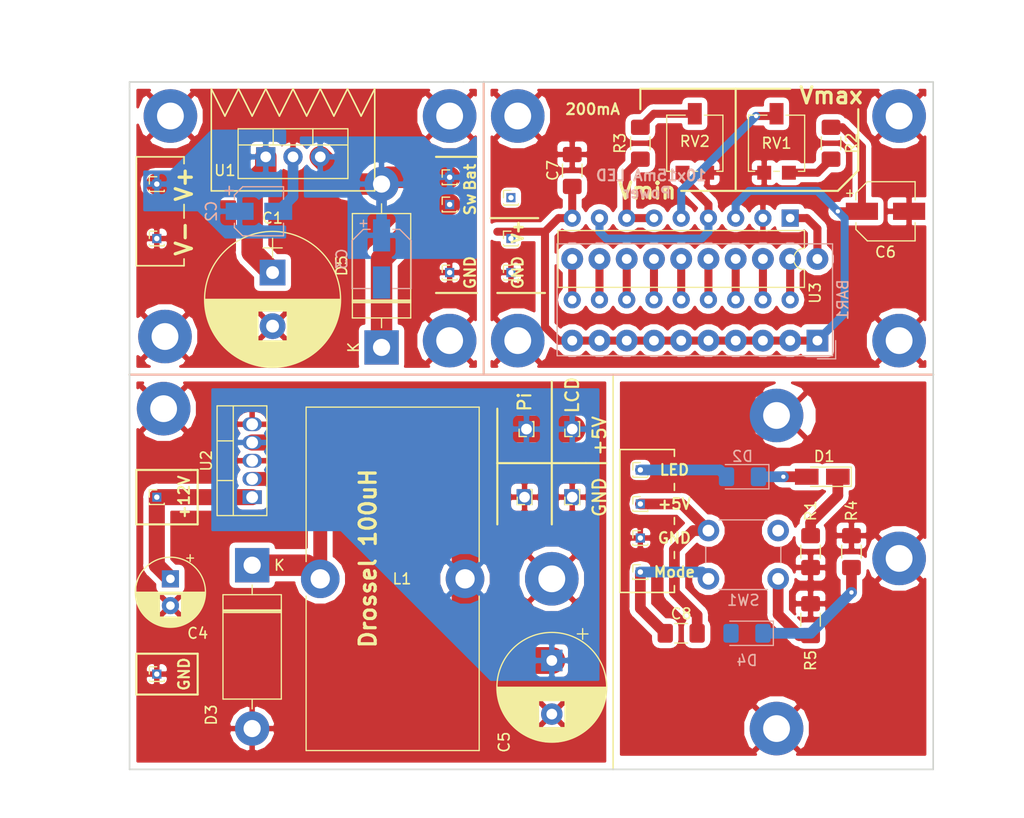
<source format=kicad_pcb>
(kicad_pcb (version 20171130) (host pcbnew "(5.0.0)")
  (layers (0 F.Cu signal) (31 B.Cu signal hide) (34 B.Paste user) (35 F.Paste user) (36 B.SilkS user) (37 F.SilkS user) (38 B.Mask user) (39 F.Mask user) (44 Edge.Cuts user))
  (net 0 "")
  (net 1 GND)
  (net 2 "Net-(D1-Pad1)")
  (net 3 "Net-(D1-Pad2)")
  (net 4 "Net-(D3-Pad1)")
  (net 5 "Net-(BAR1-Pad13)")
  (net 6 "Net-(BAR1-Pad14)")
  (net 7 "Net-(BAR1-Pad15)")
  (net 8 "Net-(BAR1-Pad16)")
  (net 9 "Net-(BAR1-Pad12)")
  (net 10 "Net-(BAR1-Pad11)")
  (net 11 "Net-(BAR1-Pad17)")
  (net 12 "Net-(BAR1-Pad18)")
  (net 13 "Net-(BAR1-Pad19)")
  (net 14 "Net-(BAR1-Pad20)")
  (net 15 /GND_5V)
  (net 16 /GND_V)
  (net 17 "Net-(R2-Pad1)")
  (net 18 "Net-(R3-Pad1)")
  (net 19 "Net-(R3-Pad2)")
  (net 20 "Net-(RV1-Pad2)")
  (net 21 "Net-(RV2-Pad3)")
  (net 22 /5V_V)
  (net 23 /+12)
  (net 24 /+5)
  (net 25 "Net-(CON12-Pad1)")
  (net 26 /5V_S)
  (net 27 "Net-(CON17-Pad1)")
  (net 28 "Net-(D4-Pad1)")
  (net 29 "Net-(C8-Pad1)")
  (net 30 /GND_S)
  (net 31 /+18V)
  (net 32 /+12V)
  (net 33 "Net-(CON4-Pad1)")
  (module Capacitors_THT:CP_Radial_D12.5mm_P5.00mm (layer F.Cu) (at 93.091 52.7685 270)
    (fp_text reference C1 (at -5.08 0) (layer F.SilkS))
    (fp_text value 1000u)
    (pad 1 thru_hole rect (at 0 0 270) (size 2.4 2.4) (drill 1.2) (layers *.Cu *.Mask) (net 31 /+18V))
    (pad 2 thru_hole circle (at 5 0 270) (size 2.4 2.4) (drill 1.2) (layers *.Cu *.Mask) (net 1 GND))
  )
  (module Capacitors_SMD:CP_Elec_4x5.3 (layer B.Cu) (at 91.821 47.0535)
    (fp_text reference C2 (at -4.445 0 270) (layer B.SilkS) (effects (justify mirror)))
    (fp_text value 1u)
    (fp_text user + (at -2.77 -2.01) (layer B.SilkS) (effects (justify mirror)))
    (pad 1 smd rect (at -1.8 0 180) (size 2.6 1.6) (layers B.Cu B.Paste B.Mask) (net 31 /+18V))
    (pad 2 smd rect (at 1.8 0 180) (size 2.6 1.6) (layers B.Cu B.Paste B.Mask) (net 1 GND))
  )
  (module TO_SOT_Packages_THT:TO-220-3_Vertical (layer F.Cu) (at 92.456 41.9735)
    (fp_text reference U1 (at -3.81 1.27) (layer F.SilkS))
    (fp_text value PB137)
    (pad 1 thru_hole rect (at 0 0) (size 1.8 1.8) (drill 1) (layers *.Cu *.Mask) (net 31 /+18V))
    (pad 2 thru_hole oval (at 2.54 0) (size 1.8 1.8) (drill 1) (layers *.Cu *.Mask) (net 1 GND))
    (pad 3 thru_hole oval (at 5.08 0) (size 1.8 1.8) (drill 1) (layers *.Cu *.Mask) (net 32 /+12V))
  )
  (module Diode_THT:D_DO-201AD_P15.24mm_Horizontal (layer F.Cu) (at 91.186 80.0735 270)
    (fp_text reference D3 (at 13.97 3.81 90) (layer F.SilkS))
    (fp_text value 1N5822)
    (fp_text user K (at 0 -2.54) (layer F.SilkS))
    (pad 1 thru_hole rect (at 0 0 270) (size 3.2 3.2) (drill 1.6) (layers *.Cu *.Mask) (net 4 "Net-(D3-Pad1)"))
    (pad 2 thru_hole oval (at 15.24 0 270) (size 3.2 3.2) (drill 1.6) (layers *.Cu *.Mask) (net 15 /GND_5V))
  )
  (module Capacitor_THT:CP_Radial_D10.0mm_P5.00mm (layer F.Cu) (at 119.126 88.9635 270)
    (fp_text reference C5 (at 7.62 4.445 270) (layer F.SilkS))
    (fp_text value 1000u)
    (pad 1 thru_hole rect (at 0 0 270) (size 2 2) (drill 1) (layers *.Cu *.Mask) (net 24 /+5))
    (pad 2 thru_hole circle (at 5 0 270) (size 2 2) (drill 1) (layers *.Cu *.Mask) (net 15 /GND_5V))
  )
  (module Connector_PinHeader_1.00mm:PinHeader_1x01_P1.00mm_Vertical (layer F.Cu) (at 82.296 73.7235)
    (fp_text reference CON6 hide)
    (fp_text value SW)
    (pad 1 thru_hole rect (at 0 0) (size 0.85 0.85) (drill 0.5) (layers *.Cu *.Mask) (net 23 /+12))
  )
  (module Connector_PinHeader_1.00mm:PinHeader_1x01_P1.00mm_Vertical (layer F.Cu) (at 116.763366 67.3735 90)
    (fp_text reference CON7 hide)
    (fp_text value "5V LCD")
    (pad 1 thru_hole rect (at 0 0 90) (size 1.5 1.5) (drill 1) (layers *.Cu *.Mask) (net 24 /+5))
  )
  (module Connector_PinHeader_1.00mm:PinHeader_1x01_P1.00mm_Vertical (layer F.Cu) (at 121.031 73.7235 90)
    (fp_text reference CON8 hide)
    (fp_text value "GND PI")
    (pad 1 thru_hole rect (at 0 0 90) (size 1.5 1.5) (drill 1) (layers *.Cu *.Mask) (net 15 /GND_5V))
  )
  (module Connector_PinHeader_1.00mm:PinHeader_1x01_P1.00mm_Vertical (layer F.Cu) (at 121.031 67.3735 90)
    (fp_text reference CON9 hide)
    (fp_text value "5V PI")
    (pad 1 thru_hole rect (at 0 0 90) (size 1.5 1.5) (drill 1) (layers *.Cu *.Mask) (net 24 /+5))
  )
  (module Connector_PinHeader_1.00mm:PinHeader_1x01_P1.00mm_Vertical (layer F.Cu) (at 82.296 90.2335)
    (fp_text reference CON10 hide)
    (fp_text value Bat-)
    (pad 1 thru_hole rect (at 0 0) (size 0.85 0.85) (drill 0.5) (layers *.Cu *.Mask) (net 15 /GND_5V))
  )
  (module Connector_PinHeader_1.00mm:PinHeader_1x01_P1.00mm_Vertical (layer F.Cu) (at 116.586 73.7235 90)
    (fp_text reference CON11 hide)
    (fp_text value "GND LCD")
    (pad 1 thru_hole rect (at 0 0 90) (size 1.5 1.5) (drill 1) (layers *.Cu *.Mask) (net 15 /GND_5V))
  )
  (module Inductor_THT:L_Toroid_Vertical_L31.8mm_W15.9mm_P13.50mm_Bourns_5700 (layer F.Cu) (at 97.536 81.3435 90)
    (fp_text reference L1 (at 0 7.62 180) (layer F.SilkS))
    (fp_text value L)
    (pad 1 thru_hole circle (at 0 0 90) (size 3.6 3.6) (drill 1.8) (layers *.Cu *.Mask) (net 4 "Net-(D3-Pad1)"))
    (pad 2 thru_hole circle (at 0 13.5 90) (size 3.6 3.6) (drill 1.8) (layers *.Cu *.Mask) (net 24 /+5))
  )
  (module Capacitor_THT:CP_Radial_D6.3mm_P2.50mm (layer F.Cu) (at 83.566 81.3435 270)
    (fp_text reference C4 (at 5.08 -2.54) (layer F.SilkS))
    (fp_text value 100u)
    (pad 1 thru_hole rect (at 0 0 270) (size 1.6 1.6) (drill 0.8) (layers *.Cu *.Mask) (net 23 /+12))
    (pad 2 thru_hole circle (at 2.5 0 270) (size 1.6 1.6) (drill 0.8) (layers *.Cu *.Mask) (net 15 /GND_5V))
  )
  (module Package_TO_SOT_THT:TO-220-5_Vertical (layer F.Cu) (at 91.186 73.7235 90)
    (fp_text reference U2 (at 3.4 -4.27 90) (layer F.SilkS))
    (fp_text value LM2576HVS-5)
    (pad 1 thru_hole rect (at 0 0 90) (size 1.275 1.8) (drill 1.1) (layers *.Cu *.Mask) (net 23 /+12))
    (pad 2 thru_hole oval (at 1.7 0 90) (size 1.275 1.8) (drill 1.1) (layers *.Cu *.Mask) (net 4 "Net-(D3-Pad1)"))
    (pad 3 thru_hole oval (at 3.4 0 90) (size 1.275 1.8) (drill 1.1) (layers *.Cu *.Mask) (net 15 /GND_5V))
    (pad 4 thru_hole oval (at 5.1 0 90) (size 1.275 1.8) (drill 1.1) (layers *.Cu *.Mask) (net 24 /+5))
    (pad 5 thru_hole oval (at 6.8 0 90) (size 1.275 1.8) (drill 1.1) (layers *.Cu *.Mask) (net 15 /GND_5V))
  )
  (module Connector_PinHeader_1.00mm:PinHeader_1x01_P1.00mm_Vertical (layer F.Cu) (at 109.601 43.8785)
    (fp_text reference CON3 hide)
    (fp_text value Bat+)
    (pad 1 thru_hole rect (at 0 0) (size 0.85 0.85) (drill 0.5) (layers *.Cu *.Mask) (net 32 /+12V))
  )
  (module Connector_PinHeader_1.00mm:PinHeader_1x01_P1.00mm_Vertical (layer F.Cu) (at 109.601 46.4185)
    (fp_text reference CON4 hide)
    (fp_text value SW)
    (pad 1 thru_hole rect (at 0 0) (size 0.85 0.85) (drill 0.5) (layers *.Cu *.Mask) (net 33 "Net-(CON4-Pad1)"))
  )
  (module Connector_PinHeader_1.00mm:PinHeader_1x01_P1.00mm_Vertical (layer F.Cu) (at 109.601 52.7685)
    (fp_text reference CON5 hide)
    (fp_text value GND)
    (pad 1 thru_hole rect (at 0 0) (size 0.85 0.85) (drill 0.5) (layers *.Cu *.Mask) (net 1 GND))
  )
  (module Connector_PinHeader_1.00mm:PinHeader_1x01_P1.00mm_Vertical (layer F.Cu) (at 82.296 44.5135)
    (fp_text reference V+1 hide)
    (fp_text value +18V)
    (pad 1 thru_hole rect (at 0 0) (size 0.85 0.85) (drill 0.5) (layers *.Cu *.Mask) (net 31 /+18V))
  )
  (module Connector_PinHeader_1.00mm:PinHeader_1x01_P1.00mm_Vertical (layer F.Cu) (at 82.296 49.5935)
    (fp_text reference V-1 hide)
    (fp_text value GND)
    (pad 1 thru_hole rect (at 0 0) (size 0.85 0.85) (drill 0.5) (layers *.Cu *.Mask) (net 1 GND))
  )
  (module Display:HDSP-4830 (layer B.Cu) (at 143.891 59.1185 90)
    (fp_text reference BAR1 (at 3.81 2.37 90) (layer B.SilkS) (effects (justify mirror)))
    (fp_text value HDSP-4830_2)
    (pad 1 thru_hole rect (at 0 0 180) (size 2.032 2.032) (drill 0.9144) (layers *.Cu *.Mask) (net 22 /5V_V))
    (pad 2 thru_hole circle (at 0 -2.54 180) (size 2.032 2.032) (drill 0.9144) (layers *.Cu *.Mask) (net 22 /5V_V))
    (pad 3 thru_hole circle (at 0 -5.08 180) (size 2.032 2.032) (drill 0.9144) (layers *.Cu *.Mask) (net 22 /5V_V))
    (pad 4 thru_hole circle (at 0 -7.62 180) (size 2.032 2.032) (drill 0.9144) (layers *.Cu *.Mask) (net 22 /5V_V))
    (pad 13 thru_hole circle (at 7.62 -17.78 180) (size 2.032 2.032) (drill 0.9144) (layers *.Cu *.Mask) (net 5 "Net-(BAR1-Pad13)"))
    (pad 14 thru_hole circle (at 7.62 -15.24 180) (size 2.032 2.032) (drill 0.9144) (layers *.Cu *.Mask) (net 6 "Net-(BAR1-Pad14)"))
    (pad 15 thru_hole circle (at 7.62 -12.7 180) (size 2.032 2.032) (drill 0.9144) (layers *.Cu *.Mask) (net 7 "Net-(BAR1-Pad15)"))
    (pad 16 thru_hole circle (at 7.62 -10.16 180) (size 2.032 2.032) (drill 0.9144) (layers *.Cu *.Mask) (net 8 "Net-(BAR1-Pad16)"))
    (pad 5 thru_hole circle (at 0 -10.16 180) (size 2.032 2.032) (drill 0.9144) (layers *.Cu *.Mask) (net 22 /5V_V))
    (pad 6 thru_hole circle (at 0 -12.7 180) (size 2.032 2.032) (drill 0.9144) (layers *.Cu *.Mask) (net 22 /5V_V))
    (pad 7 thru_hole circle (at 0 -15.24 180) (size 2.032 2.032) (drill 0.9144) (layers *.Cu *.Mask) (net 22 /5V_V))
    (pad 8 thru_hole circle (at 0 -17.78 180) (size 2.032 2.032) (drill 0.9144) (layers *.Cu *.Mask) (net 22 /5V_V))
    (pad 12 thru_hole circle (at 7.62 -20.32 180) (size 2.032 2.032) (drill 0.9144) (layers *.Cu *.Mask) (net 9 "Net-(BAR1-Pad12)"))
    (pad 11 thru_hole circle (at 7.62 -22.86 180) (size 2.032 2.032) (drill 0.9144) (layers *.Cu *.Mask) (net 10 "Net-(BAR1-Pad11)"))
    (pad 10 thru_hole circle (at 0 -22.86 180) (size 2.032 2.032) (drill 0.9144) (layers *.Cu *.Mask) (net 22 /5V_V))
    (pad 9 thru_hole circle (at 0 -20.32 180) (size 2.032 2.032) (drill 0.9144) (layers *.Cu *.Mask) (net 22 /5V_V))
    (pad 17 thru_hole circle (at 7.62 -7.62 180) (size 2.032 2.032) (drill 0.9144) (layers *.Cu *.Mask) (net 11 "Net-(BAR1-Pad17)"))
    (pad 18 thru_hole circle (at 7.62 -5.08 180) (size 2.032 2.032) (drill 0.9144) (layers *.Cu *.Mask) (net 12 "Net-(BAR1-Pad18)"))
    (pad 19 thru_hole circle (at 7.62 -2.54 180) (size 2.032 2.032) (drill 0.9144) (layers *.Cu *.Mask) (net 13 "Net-(BAR1-Pad19)"))
    (pad 20 thru_hole circle (at 7.62 0 180) (size 2.032 2.032) (drill 0.9144) (layers *.Cu *.Mask) (net 14 "Net-(BAR1-Pad20)"))
  )
  (module Capacitor_SMD:CP_Elec_5x5.4 (layer B.Cu) (at 103.251 51.4985 270)
    (fp_text reference C3 (at 0 3.7 270) (layer B.SilkS) (effects (justify mirror)))
    (fp_text value 10u)
    (pad 2 smd rect (at 2.2 0 270) (size 3 1.6) (layers B.Cu B.Paste B.Mask) (net 1 GND))
    (pad 1 smd rect (at -2.2 0 270) (size 3 1.6) (layers B.Cu B.Paste B.Mask) (net 32 /+12V))
  )
  (module Capacitor_SMD:CP_Elec_5x5.4 (layer F.Cu) (at 150.241 47.0535)
    (fp_text reference C6 (at 0 3.81) (layer F.SilkS))
    (fp_text value 10u)
    (pad 1 smd rect (at -2.2 0) (size 3 1.6) (layers F.Cu F.Paste F.Mask) (net 22 /5V_V))
    (pad 2 smd rect (at 2.2 0) (size 3 1.6) (layers F.Cu F.Paste F.Mask) (net 16 /GND_V))
  )
  (module Capacitor_SMD:C_1206_3216Metric_Pad1.42x1.75mm_HandSolder (layer F.Cu) (at 121.031 43.2435 90)
    (fp_text reference C7 (at 0 -1.82 90) (layer F.SilkS))
    (fp_text value 0.1u)
    (pad 1 smd roundrect (at -1.4875 0 90) (size 1.425 1.75) (layers F.Cu F.Paste F.Mask) (roundrect_rratio 0.175439) (net 22 /5V_V))
    (pad 2 smd roundrect (at 1.4875 0 90) (size 1.425 1.75) (layers F.Cu F.Paste F.Mask) (roundrect_rratio 0.175439) (net 16 /GND_V))
  )
  (module Connector_PinHeader_1.00mm:PinHeader_1x01_P1.00mm_Vertical (layer F.Cu) (at 115.316 49.5935)
    (fp_text reference CON1 hide)
    (fp_text value SW)
    (pad 1 thru_hole rect (at 0 0) (size 0.85 0.85) (drill 0.5) (layers *.Cu *.Mask) (net 22 /5V_V))
  )
  (module Connector_PinHeader_1.00mm:PinHeader_1x01_P1.00mm_Vertical (layer F.Cu) (at 115.316 52.7685)
    (fp_text reference CON2 hide)
    (fp_text value Bat-)
    (pad 1 thru_hole rect (at 0 0) (size 0.85 0.85) (drill 0.5) (layers *.Cu *.Mask) (net 16 /GND_V))
  )
  (module Resistor_SMD:R_1206_3216Metric_Pad1.42x1.75mm_HandSolder (layer F.Cu) (at 145.161 40.7035 90)
    (fp_text reference R2 (at 0 1.905 90) (layer F.SilkS))
    (fp_text value 4.7k)
    (pad 1 smd roundrect (at -1.4875 0 90) (size 1.425 1.75) (layers F.Cu F.Paste F.Mask) (roundrect_rratio 0.175439) (net 17 "Net-(R2-Pad1)"))
    (pad 2 smd roundrect (at 1.4875 0 90) (size 1.425 1.75) (layers F.Cu F.Paste F.Mask) (roundrect_rratio 0.175439) (net 22 /5V_V))
  )
  (module Potentiometer_SMD:Potentiometer_Vishay_TS53YL_Vertical (layer F.Cu) (at 140.081 40.7035 270)
    (fp_text reference RV1 (at 0 0) (layer F.SilkS))
    (fp_text value 4.7k)
    (pad 1 smd rect (at 2.75 -1.15 270) (size 1.3 1.3) (layers F.Cu F.Paste F.Mask) (net 17 "Net-(R2-Pad1)"))
    (pad 2 smd rect (at -2.75 0 270) (size 2 1.3) (layers F.Cu F.Paste F.Mask) (net 20 "Net-(RV1-Pad2)"))
    (pad 3 smd rect (at 2.75 1.15 270) (size 1.3 1.3) (layers F.Cu F.Paste F.Mask) (net 16 /GND_V))
  )
  (module Potentiometer_SMD:Potentiometer_Vishay_TS53YL_Vertical (layer F.Cu) (at 132.461 40.7035 270)
    (fp_text reference RV2 (at -0.175 0) (layer F.SilkS))
    (fp_text value 4.7k)
    (pad 3 smd rect (at 2.75 1.15 270) (size 1.3 1.3) (layers F.Cu F.Paste F.Mask) (net 21 "Net-(RV2-Pad3)"))
    (pad 2 smd rect (at -2.75 0 270) (size 2 1.3) (layers F.Cu F.Paste F.Mask) (net 18 "Net-(R3-Pad1)"))
    (pad 1 smd rect (at 2.75 -1.15 270) (size 1.3 1.3) (layers F.Cu F.Paste F.Mask) (net 16 /GND_V))
  )
  (module Package_DIP:DIP-18_W7.62mm (layer F.Cu) (at 141.351 47.6885 270)
    (fp_text reference U3 (at 6.985 -2.33 270) (layer F.SilkS))
    (fp_text value LM3914)
    (pad 1 thru_hole rect (at 0 0 270) (size 1.6 1.6) (drill 0.8) (layers *.Cu *.Mask) (net 14 "Net-(BAR1-Pad20)"))
    (pad 10 thru_hole oval (at 7.62 20.32 270) (size 1.6 1.6) (drill 0.8) (layers *.Cu *.Mask) (net 10 "Net-(BAR1-Pad11)"))
    (pad 2 thru_hole oval (at 0 2.54 270) (size 1.6 1.6) (drill 0.8) (layers *.Cu *.Mask) (net 16 /GND_V))
    (pad 11 thru_hole oval (at 7.62 17.78 270) (size 1.6 1.6) (drill 0.8) (layers *.Cu *.Mask) (net 9 "Net-(BAR1-Pad12)"))
    (pad 3 thru_hole oval (at 0 5.08 270) (size 1.6 1.6) (drill 0.8) (layers *.Cu *.Mask) (net 22 /5V_V))
    (pad 12 thru_hole oval (at 7.62 15.24 270) (size 1.6 1.6) (drill 0.8) (layers *.Cu *.Mask) (net 5 "Net-(BAR1-Pad13)"))
    (pad 4 thru_hole oval (at 0 7.62 270) (size 1.6 1.6) (drill 0.8) (layers *.Cu *.Mask) (net 21 "Net-(RV2-Pad3)"))
    (pad 13 thru_hole oval (at 7.62 12.7 270) (size 1.6 1.6) (drill 0.8) (layers *.Cu *.Mask) (net 6 "Net-(BAR1-Pad14)"))
    (pad 5 thru_hole oval (at 0 10.16 270) (size 1.6 1.6) (drill 0.8) (layers *.Cu *.Mask) (net 20 "Net-(RV1-Pad2)"))
    (pad 14 thru_hole oval (at 7.62 10.16 270) (size 1.6 1.6) (drill 0.8) (layers *.Cu *.Mask) (net 7 "Net-(BAR1-Pad15)"))
    (pad 6 thru_hole oval (at 0 12.7 270) (size 1.6 1.6) (drill 0.8) (layers *.Cu *.Mask) (net 19 "Net-(R3-Pad2)"))
    (pad 15 thru_hole oval (at 7.62 7.62 270) (size 1.6 1.6) (drill 0.8) (layers *.Cu *.Mask) (net 8 "Net-(BAR1-Pad16)"))
    (pad 7 thru_hole oval (at 0 15.24 270) (size 1.6 1.6) (drill 0.8) (layers *.Cu *.Mask) (net 19 "Net-(R3-Pad2)"))
    (pad 16 thru_hole oval (at 7.62 5.08 270) (size 1.6 1.6) (drill 0.8) (layers *.Cu *.Mask) (net 11 "Net-(BAR1-Pad17)"))
    (pad 8 thru_hole oval (at 0 17.78 270) (size 1.6 1.6) (drill 0.8) (layers *.Cu *.Mask) (net 21 "Net-(RV2-Pad3)"))
    (pad 17 thru_hole oval (at 7.62 2.54 270) (size 1.6 1.6) (drill 0.8) (layers *.Cu *.Mask) (net 12 "Net-(BAR1-Pad18)"))
    (pad 9 thru_hole oval (at 0 20.32 270) (size 1.6 1.6) (drill 0.8) (layers *.Cu *.Mask) (net 27 "Net-(CON17-Pad1)"))
    (pad 18 thru_hole oval (at 7.62 0 270) (size 1.6 1.6) (drill 0.8) (layers *.Cu *.Mask) (net 13 "Net-(BAR1-Pad19)"))
  )
  (module MountingHole:MountingHole_2.5mm_Pad (layer F.Cu) (at 83.566 38.1635)
    (fp_text reference MK1 hide)
    (fp_text value Mounting_Hole_PAD)
    (pad 1 thru_hole circle (at 0 0) (size 5 5) (drill 2.5) (layers *.Cu *.Mask) (net 1 GND))
  )
  (module MountingHole:MountingHole_2.5mm_Pad (layer F.Cu) (at 83.058 58.7375)
    (fp_text reference MK2 hide)
    (fp_text value Mounting_Hole_PAD)
    (pad 1 thru_hole circle (at 0 0) (size 5 5) (drill 2.5) (layers *.Cu *.Mask) (net 1 GND))
  )
  (module MountingHole:MountingHole_2.5mm_Pad (layer F.Cu) (at 109.601 38.1635)
    (fp_text reference MK3 hide)
    (fp_text value Mounting_Hole_PAD)
    (pad 1 thru_hole circle (at 0 0) (size 5 5) (drill 2.5) (layers *.Cu *.Mask) (net 1 GND))
  )
  (module MountingHole:MountingHole_2.5mm_Pad (layer F.Cu) (at 109.601 59.1185)
    (fp_text reference MK4 hide)
    (fp_text value Mounting_Hole_PAD)
    (pad 1 thru_hole circle (at 0 0) (size 5 5) (drill 2.5) (layers *.Cu *.Mask) (net 1 GND))
  )
  (module MountingHole:MountingHole_2.5mm_Pad (layer F.Cu) (at 82.931 65.4685)
    (fp_text reference MK5 hide)
    (fp_text value Mounting_Hole_PAD)
    (pad 1 thru_hole circle (at 0 0) (size 5 5) (drill 2.5) (layers *.Cu *.Mask) (net 15 /GND_5V))
  )
  (module MountingHole:MountingHole_2.5mm_Pad (layer F.Cu) (at 119.126 81.3435)
    (fp_text reference MK6 hide)
    (fp_text value Mounting_Hole_PAD)
    (pad 1 thru_hole circle (at 0 0) (size 5 5) (drill 2.5) (layers *.Cu *.Mask) (net 15 /GND_5V))
  )
  (module MountingHole:MountingHole_2.5mm_Pad (layer F.Cu) (at 115.951 59.1185)
    (fp_text reference MK7 hide)
    (fp_text value Mounting_Hole_PAD)
    (pad 1 thru_hole circle (at 0 0) (size 5 5) (drill 2.5) (layers *.Cu *.Mask) (net 16 /GND_V))
  )
  (module MountingHole:MountingHole_2.5mm_Pad (layer F.Cu) (at 151.511 59.1185)
    (fp_text reference MK8 hide)
    (fp_text value Mounting_Hole_PAD)
    (pad 1 thru_hole circle (at 0 0) (size 5 5) (drill 2.5) (layers *.Cu *.Mask) (net 16 /GND_V))
  )
  (module MountingHole:MountingHole_2.5mm_Pad (layer F.Cu) (at 115.951 38.1635)
    (fp_text reference MK9 hide)
    (fp_text value Mounting_Hole_PAD)
    (pad 1 thru_hole circle (at 0 0) (size 5 5) (drill 2.5) (layers *.Cu *.Mask) (net 16 /GND_V))
  )
  (module MountingHole:MountingHole_2.5mm_Pad (layer F.Cu) (at 151.511 38.1635)
    (fp_text reference MK10 hide)
    (fp_text value Mounting_Hole_PAD)
    (pad 1 thru_hole circle (at 0 0) (size 5 5) (drill 2.5) (layers *.Cu *.Mask) (net 16 /GND_V))
  )
  (module Resistor_SMD:R_1206_3216Metric_Pad1.42x1.75mm_HandSolder (layer F.Cu) (at 127.381 40.7035 270)
    (fp_text reference R3 (at 0 1.905 270) (layer F.SilkS))
    (fp_text value 1.2k)
    (pad 1 smd roundrect (at -1.4875 0 270) (size 1.425 1.75) (layers F.Cu F.Paste F.Mask) (roundrect_rratio 0.175439) (net 18 "Net-(R3-Pad1)"))
    (pad 2 smd roundrect (at 1.4875 0 270) (size 1.425 1.75) (layers F.Cu F.Paste F.Mask) (roundrect_rratio 0.175439) (net 19 "Net-(R3-Pad2)"))
  )
  (module Connector_PinHeader_1.00mm:PinHeader_1x01_P1.00mm_Vertical (layer F.Cu) (at 127.381 71.1835)
    (fp_text reference CON12 hide)
    (fp_text value SW)
    (pad 1 thru_hole rect (at 0 0) (size 0.85 0.85) (drill 0.5) (layers *.Cu *.Mask) (net 25 "Net-(CON12-Pad1)"))
  )
  (module Connector_PinHeader_1.00mm:PinHeader_1x01_P1.00mm_Vertical (layer F.Cu) (at 127.381 74.3585)
    (fp_text reference CON13 hide)
    (fp_text value 5V)
    (pad 1 thru_hole rect (at 0 0) (size 0.85 0.85) (drill 0.5) (layers *.Cu *.Mask) (net 26 /5V_S))
  )
  (module Connector_PinHeader_1.00mm:PinHeader_1x01_P1.00mm_Vertical (layer F.Cu) (at 127.381 77.5335)
    (fp_text reference CON14 hide)
    (fp_text value GND_S)
    (pad 1 thru_hole rect (at 0 0) (size 0.85 0.85) (drill 0.5) (layers *.Cu *.Mask) (net 30 /GND_S))
  )
  (module Connector_PinHeader_1.00mm:PinHeader_1x01_P1.00mm_Vertical (layer F.Cu) (at 127.381 80.7085)
    (fp_text reference CON16 hide)
    (fp_text value Mode_Con)
    (pad 1 thru_hole rect (at 0 0) (size 0.85 0.85) (drill 0.5) (layers *.Cu *.Mask) (net 29 "Net-(C8-Pad1)"))
  )
  (module Connector_PinHeader_1.00mm:PinHeader_1x01_P1.00mm_Vertical (layer F.Cu) (at 115.316 45.7835)
    (fp_text reference CON17 hide)
    (fp_text value Mode)
    (pad 1 thru_hole rect (at 0 0) (size 0.85 0.85) (drill 0.5) (layers *.Cu *.Mask) (net 27 "Net-(CON17-Pad1)"))
  )
  (module MountingHole:MountingHole_2.5mm_Pad (layer F.Cu) (at 140.081 95.3135)
    (fp_text reference MK11 hide)
    (fp_text value Mounting_Hole_PAD)
    (pad 1 thru_hole circle (at 0 0) (size 5 5) (drill 2.5) (layers *.Cu *.Mask) (net 30 /GND_S))
  )
  (module MountingHole:MountingHole_2.5mm_Pad (layer F.Cu) (at 151.511 79.4385)
    (fp_text reference MK12 hide)
    (fp_text value Mounting_Hole_PAD)
    (pad 1 thru_hole circle (at 0 0) (size 5 5) (drill 2.5) (layers *.Cu *.Mask) (net 30 /GND_S))
  )
  (module MountingHole:MountingHole_2.5mm_Pad (layer F.Cu) (at 140.081 66.1035)
    (fp_text reference MK13 hide)
    (fp_text value Mounting_Hole_PAD)
    (pad 1 thru_hole circle (at 0 0) (size 5 5) (drill 2.5) (layers *.Cu *.Mask) (net 30 /GND_S))
  )
  (module Resistor_SMD:R_1206_3216Metric_Pad1.42x1.75mm_HandSolder (layer F.Cu) (at 147.066 78.8035 90)
    (fp_text reference R4 (at 3.81 0 90) (layer F.SilkS))
    (fp_text value 180)
    (pad 1 smd roundrect (at -1.4875 0 90) (size 1.425 1.75) (layers F.Cu F.Paste F.Mask) (roundrect_rratio 0.175439) (net 28 "Net-(D4-Pad1)"))
    (pad 2 smd roundrect (at 1.4875 0 90) (size 1.425 1.75) (layers F.Cu F.Paste F.Mask) (roundrect_rratio 0.175439) (net 30 /GND_S))
  )
  (module Button_Switch_THT:SW_PUSH_6mm_H5mm (layer B.Cu) (at 133.731 81.3435)
    (fp_text reference SW1 (at 3.25 2) (layer B.SilkS) (effects (justify mirror)))
    (fp_text value SW_DPDT_x2)
    (pad 2 thru_hole circle (at 0 -4.5 270) (size 2 2) (drill 1.1) (layers *.Cu *.Mask) (net 26 /5V_S))
    (pad 1 thru_hole circle (at 0 0 270) (size 2 2) (drill 1.1) (layers *.Cu *.Mask) (net 29 "Net-(C8-Pad1)"))
    (pad 2 thru_hole circle (at 6.5 -4.5 270) (size 2 2) (drill 1.1) (layers *.Cu *.Mask) (net 26 /5V_S))
    (pad 1 thru_hole circle (at 6.5 0 270) (size 2 2) (drill 1.1) (layers *.Cu *.Mask) (net 29 "Net-(C8-Pad1)"))
  )
  (module LED_SMD:LED_1206_3216Metric_Pad1.42x1.75mm_HandSolder (layer B.Cu) (at 137.3235 86.4235 180)
    (fp_text reference D4 (at 0 -2.54 180) (layer B.SilkS) (effects (justify mirror)))
    (fp_text value LEDG)
    (pad 1 smd roundrect (at -1.4875 0 180) (size 1.425 1.75) (layers B.Cu B.Paste B.Mask) (roundrect_rratio 0.175439) (net 28 "Net-(D4-Pad1)"))
    (pad 2 smd roundrect (at 1.4875 0 180) (size 1.425 1.75) (layers B.Cu B.Paste B.Mask) (roundrect_rratio 0.175439) (net 26 /5V_S))
  )
  (module Capacitor_SMD:C_1206_3216Metric_Pad1.42x1.75mm_HandSolder (layer F.Cu) (at 131.191 86.4235)
    (fp_text reference C8 (at 0 -1.82) (layer F.SilkS))
    (fp_text value 100n)
    (pad 1 smd roundrect (at -1.4875 0) (size 1.425 1.75) (layers F.Cu F.Paste F.Mask) (roundrect_rratio 0.175439) (net 29 "Net-(C8-Pad1)"))
    (pad 2 smd roundrect (at 1.4875 0) (size 1.425 1.75) (layers F.Cu F.Paste F.Mask) (roundrect_rratio 0.175439) (net 26 /5V_S))
  )
  (module Resistor_SMD:R_1206_3216Metric_Pad1.42x1.75mm_HandSolder (layer F.Cu) (at 143.256 85.1535 270)
    (fp_text reference R5 (at 3.81 0 270) (layer F.SilkS))
    (fp_text value 10k)
    (pad 1 smd roundrect (at -1.4875 0 270) (size 1.425 1.75) (layers F.Cu F.Paste F.Mask) (roundrect_rratio 0.175439) (net 30 /GND_S))
    (pad 2 smd roundrect (at 1.4875 0 270) (size 1.425 1.75) (layers F.Cu F.Paste F.Mask) (roundrect_rratio 0.175439) (net 29 "Net-(C8-Pad1)"))
  )
  (module Resistor_SMD:R_1206_3216Metric_Pad1.42x1.75mm_HandSolder (layer F.Cu) (at 143.256 78.8035 270)
    (fp_text reference R1 (at -3.81 0 270) (layer F.SilkS))
    (fp_text value 5k6)
    (pad 1 smd roundrect (at -1.4875 0 270) (size 1.425 1.75) (layers F.Cu F.Paste F.Mask) (roundrect_rratio 0.175439) (net 2 "Net-(D1-Pad1)"))
    (pad 2 smd roundrect (at 1.4875 0 270) (size 1.425 1.75) (layers F.Cu F.Paste F.Mask) (roundrect_rratio 0.175439) (net 30 /GND_S))
  )
  (module LED_SMD:LED_1206_3216Metric_Pad1.42x1.75mm_HandSolder (layer B.Cu) (at 136.906 71.8185 180)
    (fp_text reference D2 (at 0 1.905 180) (layer B.SilkS) (effects (justify mirror)))
    (fp_text value LEDR)
    (pad 1 smd roundrect (at -1.4875 0 180) (size 1.425 1.75) (layers B.Cu B.Paste B.Mask) (roundrect_rratio 0.175439) (net 3 "Net-(D1-Pad2)"))
    (pad 2 smd roundrect (at 1.4875 0 180) (size 1.425 1.75) (layers B.Cu B.Paste B.Mask) (roundrect_rratio 0.175439) (net 25 "Net-(CON12-Pad1)"))
  )
  (module Diode_SMD:D_MicroMELF_Hadsoldering (layer F.Cu) (at 144.346 71.8185 180)
    (fp_text reference D1 (at -0.18 1.905 180) (layer F.SilkS))
    (fp_text value 1N4148)
    (pad 1 smd rect (at -1.45 0 180) (size 2.2 1.5) (layers F.Cu F.Paste F.Mask) (net 2 "Net-(D1-Pad1)"))
    (pad 2 smd rect (at 1.45 0 180) (size 2.2 1.5) (layers F.Cu F.Paste F.Mask) (net 3 "Net-(D1-Pad2)"))
  )
  (module Diode_THT:D_DO-201AD_P15.24mm_Horizontal (layer F.Cu) (at 103.251 59.7535 90)
    (fp_text reference D5 (at 7.62 -3.72 90) (layer F.SilkS))
    (fp_text value SB120)
    (fp_text user K (at 0 -2.6 90) (layer F.SilkS))
    (pad 1 thru_hole rect (at 0 0 90) (size 3.2 3.2) (drill 1.6) (layers *.Cu *.Mask) (net 33 "Net-(CON4-Pad1)"))
    (pad 2 thru_hole oval (at 15.24 0 90) (size 3.2 3.2) (drill 1.6) (layers *.Cu *.Mask) (net 32 /+12V))
  )
  (gr_line (start 87.376 35.6235) (end 87.376 45.1485) (layer F.SilkS) (width 0.15))
  (gr_line (start 88.646 38.1635) (end 87.376 35.6235) (layer F.SilkS) (width 0.15))
  (gr_line (start 89.916 35.6235) (end 88.646 38.1635) (layer F.SilkS) (width 0.15))
  (gr_line (start 91.186 38.1635) (end 89.916 35.6235) (layer F.SilkS) (width 0.15))
  (gr_line (start 92.456 35.6235) (end 91.186 38.1635) (layer F.SilkS) (width 0.15))
  (gr_line (start 93.726 38.1635) (end 92.456 35.6235) (layer F.SilkS) (width 0.15))
  (gr_line (start 94.996 35.6235) (end 93.726 38.1635) (layer F.SilkS) (width 0.15))
  (gr_line (start 96.266 38.1635) (end 94.996 35.6235) (layer F.SilkS) (width 0.15))
  (gr_line (start 97.536 35.6235) (end 96.266 38.1635) (layer F.SilkS) (width 0.15))
  (gr_line (start 98.806 38.1635) (end 97.536 35.6235) (layer F.SilkS) (width 0.15))
  (gr_line (start 100.076 35.6235) (end 98.806 38.1635) (layer F.SilkS) (width 0.15))
  (gr_line (start 101.346 38.1635) (end 100.076 35.6235) (layer F.SilkS) (width 0.15))
  (gr_line (start 102.616 35.6235) (end 101.346 38.1635) (layer F.SilkS) (width 0.15))
  (gr_line (start 102.616 45.1485) (end 102.616 35.6235) (layer F.SilkS) (width 0.15))
  (gr_line (start 87.376 45.1485) (end 102.616 45.1485) (layer F.SilkS) (width 0.15))
  (gr_text "Drossel 100uH" (at 101.981 79.4385 90) (layer F.SilkS) (effects (font (size 1.5 1.5) (thickness 0.3))))
  (gr_line (start 80.391 41.9735) (end 80.391 42.6085) (layer F.SilkS) (width 0.15))
  (gr_line (start 84.836 41.9735) (end 80.391 41.9735) (layer F.SilkS) (width 0.15))
  (gr_line (start 84.836 42.6085) (end 84.836 41.9735) (layer F.SilkS) (width 0.15))
  (gr_line (start 84.836 47.6885) (end 84.836 46.4185) (layer F.SilkS) (width 0.15))
  (gr_line (start 84.836 52.1335) (end 84.836 51.4985) (layer F.SilkS) (width 0.15))
  (gr_line (start 80.391 52.1335) (end 84.836 52.1335) (layer F.SilkS) (width 0.15))
  (gr_line (start 80.391 42.6085) (end 80.391 52.1335) (layer F.SilkS) (width 0.15))
  (gr_line (start 130.556 69.2785) (end 125.476 69.2785) (layer F.SilkS) (width 0.15))
  (gr_line (start 130.556 69.9135) (end 130.556 69.2785) (layer F.SilkS) (width 0.15))
  (gr_line (start 130.556 73.0885) (end 130.556 72.4535) (layer F.SilkS) (width 0.15))
  (gr_line (start 130.556 76.2635) (end 130.556 75.6285) (layer F.SilkS) (width 0.15))
  (gr_line (start 130.556 79.4385) (end 130.556 78.8035) (layer F.SilkS) (width 0.15))
  (gr_line (start 130.556 82.6135) (end 130.556 81.9785) (layer F.SilkS) (width 0.15))
  (gr_line (start 125.476 82.6135) (end 130.556 82.6135) (layer F.SilkS) (width 0.15))
  (gr_line (start 125.476 69.2785) (end 125.476 82.6135) (layer F.SilkS) (width 0.15))
  (gr_text +5V (at 130.556 74.3585) (layer F.SilkS) (effects (font (size 1 1) (thickness 0.2))))
  (gr_text Mode (at 130.556 80.7085) (layer F.SilkS) (effects (font (size 1 1) (thickness 0.2))))
  (gr_text GND (at 130.556 77.5335) (layer F.SilkS) (effects (font (size 1 1) (thickness 0.2))))
  (gr_text LED (at 130.556 71.1835) (layer F.SilkS) (effects (font (size 1 1) (thickness 0.2))))
  (gr_line (start 154.686 99.1235) (end 124.841 99.1235) (layer Edge.Cuts) (width 0.15))
  (gr_line (start 154.686 62.2935) (end 154.686 99.1235) (layer Edge.Cuts) (width 0.15))
  (gr_text 200mA (at 122.936 37.5285) (layer F.SilkS) (effects (font (size 1 1) (thickness 0.2))))
  (gr_text "10x15mA LED \nPower" (at 128.016 44.5135) (layer B.SilkS) (effects (font (size 1 1) (thickness 0.2)) (justify mirror)))
  (gr_line (start 114.046 54.6735) (end 118.491 54.6735) (layer F.SilkS) (width 0.2))
  (gr_line (start 113.411 47.6885) (end 117.856 47.6885) (layer F.SilkS) (width 0.2))
  (gr_line (start 108.331 54.6735) (end 112.141 54.6735) (layer F.SilkS) (width 0.2))
  (gr_line (start 108.331 41.9735) (end 112.141 41.9735) (layer F.SilkS) (width 0.2))
  (gr_text GND (at 111.506 52.7685 90) (layer F.SilkS) (effects (font (size 1 1) (thickness 0.2))))
  (gr_text Sw (at 111.506 46.4185 90) (layer F.SilkS) (effects (font (size 1 1) (thickness 0.2))))
  (gr_text "Bat\n" (at 111.506 43.8785 90) (layer F.SilkS) (effects (font (size 1 1) (thickness 0.2))))
  (gr_line (start 112.776 34.9885) (end 112.776 62.2935) (layer B.SilkS) (width 0.2))
  (gr_line (start 79.756 62.2935) (end 154.686 62.2935) (layer B.SilkS) (width 0.2))
  (gr_text V- (at 84.836 49.5935 90) (layer F.SilkS) (effects (font (size 1.5 1.5) (thickness 0.3))))
  (gr_text V+ (at 84.836 44.5135 90) (layer F.SilkS) (effects (font (size 1.5 1.5) (thickness 0.3))))
  (gr_line (start 86.106 71.1835) (end 85.471 71.1835) (layer F.SilkS) (width 0.2))
  (gr_line (start 86.106 76.2635) (end 86.106 71.1835) (layer F.SilkS) (width 0.2))
  (gr_line (start 80.391 76.2635) (end 86.106 76.2635) (layer F.SilkS) (width 0.2))
  (gr_line (start 80.391 71.1835) (end 80.391 76.2635) (layer F.SilkS) (width 0.2))
  (gr_line (start 85.471 71.1835) (end 80.391 71.1835) (layer F.SilkS) (width 0.2))
  (gr_text +12V (at 84.836 73.7235 90) (layer F.SilkS) (effects (font (size 1 1) (thickness 0.2))))
  (gr_line (start 86.106 92.1385) (end 80.391 92.1385) (layer F.SilkS) (width 0.2))
  (gr_line (start 86.106 88.3285) (end 86.106 92.1385) (layer F.SilkS) (width 0.2))
  (gr_line (start 80.391 88.3285) (end 86.106 88.3285) (layer F.SilkS) (width 0.2))
  (gr_line (start 80.391 92.1385) (end 80.391 88.3285) (layer F.SilkS) (width 0.2))
  (gr_text "GND\n" (at 84.836 90.2335 90) (layer F.SilkS) (effects (font (size 1 1) (thickness 0.2))))
  (gr_line (start 119.126 70.5485) (end 119.126 76.2635) (layer F.SilkS) (width 0.2))
  (gr_line (start 119.126 62.9285) (end 119.126 70.5485) (layer F.SilkS) (width 0.2))
  (gr_text LCD (at 121.031 64.1985 90) (layer F.SilkS) (effects (font (size 1.2 1.2) (thickness 0.2))))
  (gr_text Pi (at 116.586 64.8335 90) (layer F.SilkS) (effects (font (size 1.2 1.2) (thickness 0.2))))
  (gr_line (start 122.301 70.5485) (end 124.206 70.5485) (layer F.SilkS) (width 0.2))
  (gr_text +5V (at 123.571 68.0085 90) (layer F.SilkS) (effects (font (size 1.2 1.2) (thickness 0.2))))
  (gr_text GND (at 123.571 73.7235 90) (layer F.SilkS) (effects (font (size 1.2 1.2) (thickness 0.2))))
  (gr_line (start 114.046 70.5485) (end 114.046 65.4685) (layer F.SilkS) (width 0.2))
  (gr_line (start 114.046 70.5485) (end 114.046 76.2635) (layer F.SilkS) (width 0.2))
  (gr_line (start 114.046 70.5485) (end 122.301 70.5485) (layer F.SilkS) (width 0.2))
  (gr_line (start 131.191 45.1485) (end 136.271 45.1485) (layer F.SilkS) (width 0.2))
  (gr_line (start 127.381 35.6235) (end 127.381 37.5285) (layer F.SilkS) (width 0.2))
  (gr_line (start 136.271 35.6235) (end 127.381 35.6235) (layer F.SilkS) (width 0.2))
  (gr_line (start 136.271 35.6235) (end 141.351 35.6235) (layer F.SilkS) (width 0.2))
  (gr_line (start 147.701 43.2435) (end 147.701 37.5285) (layer F.SilkS) (width 0.2))
  (gr_line (start 145.796 45.1485) (end 147.701 43.2435) (layer F.SilkS) (width 0.2))
  (gr_line (start 143.891 45.1485) (end 145.796 45.1485) (layer F.SilkS) (width 0.2))
  (gr_line (start 136.271 45.1485) (end 143.891 45.1485) (layer F.SilkS) (width 0.2))
  (gr_line (start 136.271 35.6235) (end 136.271 45.1485) (layer F.SilkS) (width 0.2))
  (gr_text V+ (at 115.951 48.9585 90) (layer F.SilkS) (effects (font (size 1 1) (thickness 0.25))))
  (gr_text GND (at 115.951 52.7685 90) (layer F.SilkS) (effects (font (size 1 1) (thickness 0.2))))
  (gr_line (start 112.776 62.2935) (end 112.776 34.9885) (layer F.SilkS) (width 0.2))
  (gr_line (start 79.756 62.2935) (end 124.841 62.2935) (layer F.SilkS) (width 0.2))
  (gr_text Vmax (at 145.161 36.2585) (layer F.SilkS) (effects (font (size 1.5 1.5) (thickness 0.3))))
  (gr_text Vmin (at 128.016 45.1485) (layer F.SilkS) (effects (font (size 1.5 1.5) (thickness 0.3))))
  (gr_line (start 154.686 62.2935) (end 124.841 62.2935) (layer F.SilkS) (width 0.2))
  (gr_line (start 154.686 34.9885) (end 154.686 62.2935) (layer Edge.Cuts) (width 0.15))
  (gr_line (start 150.876 34.9885) (end 154.686 34.9885) (layer Edge.Cuts) (width 0.15))
  (gr_line (start 110.871 34.9885) (end 150.876 34.9885) (layer Edge.Cuts) (width 0.15))
  (gr_line (start 124.841 99.1235) (end 79.756 99.1235) (layer Edge.Cuts) (width 0.15))
  (gr_line (start 124.841 62.2935) (end 124.841 99.1235) (layer F.SilkS) (width 0.15))
  (gr_line (start 79.756 34.9885) (end 110.871 34.9885) (layer Edge.Cuts) (width 0.15))
  (gr_line (start 79.756 35.6235) (end 79.756 34.9885) (layer Edge.Cuts) (width 0.15))
  (gr_line (start 79.756 35.6235) (end 79.756 99.1235) (layer Edge.Cuts) (width 0.15))
  (segment (start 94.996 45.6785) (end 93.621 47.0535) (width 1) (layer B.Cu) (net 1))
  (segment (start 94.996 41.9735) (end 94.996 45.6785) (width 1) (layer B.Cu) (net 1))
  (segment (start 92.456 43.1735) (end 92.456 41.9735) (width 2) (layer F.Cu) (net 31))
  (segment (start 91.116 44.5135) (end 92.456 43.1735) (width 2) (layer F.Cu) (net 31))
  (segment (start 82.296 44.5135) (end 87.376 44.5135) (width 2) (layer F.Cu) (net 31))
  (segment (start 87.376 44.5135) (end 91.116 44.5135) (width 2) (layer F.Cu) (net 31))
  (segment (start 91.186 44.5835) (end 91.116 44.5135) (width 0.3) (layer F.Cu) (net 31))
  (segment (start 93.091 52.7685) (end 91.186 50.8635) (width 2) (layer F.Cu) (net 31))
  (segment (start 91.186 50.8635) (end 91.186 44.5835) (width 2) (layer F.Cu) (net 31))
  (segment (start 145.796 73.5685) (end 143.256 76.1085) (width 1) (layer F.Cu) (net 2))
  (segment (start 145.796 71.8185) (end 145.796 73.5685) (width 1) (layer F.Cu) (net 2))
  (segment (start 143.256 76.1085) (end 143.256 77.316) (width 1) (layer F.Cu) (net 2))
  (segment (start 138.3935 71.8185) (end 140.716 71.8185) (width 1) (layer B.Cu) (net 3))
  (segment (start 140.716 71.8185) (end 140.716 71.8185) (width 1) (layer B.Cu) (net 3))
  (via (at 140.716 71.8185) (size 0.6) (drill 0.4) (layers F.Cu B.Cu) (net 3))
  (segment (start 140.716 71.8185) (end 142.896 71.8185) (width 1) (layer F.Cu) (net 3))
  (segment (start 96.266 80.0735) (end 97.536 81.3435) (width 2) (layer F.Cu) (net 4))
  (segment (start 91.186 80.0735) (end 96.266 80.0735) (width 2) (layer F.Cu) (net 4))
  (segment (start 97.536 81.3435) (end 97.536 74.9935) (width 1.3) (layer F.Cu) (net 4))
  (segment (start 94.566 72.0235) (end 91.186 72.0235) (width 1.3) (layer F.Cu) (net 4))
  (segment (start 97.536 74.9935) (end 94.566 72.0235) (width 1.3) (layer F.Cu) (net 4))
  (segment (start 126.111 51.4985) (end 126.111 55.3085) (width 0.75) (layer F.Cu) (net 5))
  (segment (start 128.651 51.4985) (end 128.651 55.3085) (width 0.75) (layer F.Cu) (net 6))
  (segment (start 131.191 51.4985) (end 131.191 55.3085) (width 0.75) (layer F.Cu) (net 7))
  (segment (start 133.731 51.4985) (end 133.731 55.3085) (width 0.75) (layer F.Cu) (net 8))
  (segment (start 123.571 51.4985) (end 123.571 55.3085) (width 0.75) (layer F.Cu) (net 9))
  (segment (start 121.031 51.4985) (end 121.031 55.3085) (width 0.75) (layer F.Cu) (net 10))
  (segment (start 136.271 51.4985) (end 136.271 55.3085) (width 0.75) (layer F.Cu) (net 11))
  (segment (start 138.811 51.4985) (end 138.811 55.3085) (width 0.75) (layer F.Cu) (net 12))
  (segment (start 141.351 51.4985) (end 141.351 55.3085) (width 0.75) (layer F.Cu) (net 13))
  (segment (start 142.901 47.6885) (end 141.351 47.6885) (width 0.75) (layer F.Cu) (net 14))
  (segment (start 143.891 48.6785) (end 142.901 47.6885) (width 0.75) (layer F.Cu) (net 14))
  (segment (start 143.891 51.4985) (end 143.891 48.6785) (width 0.75) (layer F.Cu) (net 14))
  (segment (start 82.746 66.9235) (end 82.296 67.3735) (width 0.3) (layer F.Cu) (net 15))
  (segment (start 143.8985 43.4535) (end 145.161 42.191) (width 0.75) (layer F.Cu) (net 17))
  (segment (start 141.231 43.4535) (end 143.8985 43.4535) (width 0.75) (layer F.Cu) (net 17))
  (segment (start 128.6435 37.9535) (end 127.381 39.216) (width 0.75) (layer F.Cu) (net 18))
  (segment (start 132.461 37.9535) (end 128.6435 37.9535) (width 0.75) (layer F.Cu) (net 18))
  (segment (start 126.111 47.6885) (end 128.651 47.6885) (width 0.75) (layer F.Cu) (net 19))
  (segment (start 126.111 43.461) (end 127.381 42.191) (width 0.75) (layer F.Cu) (net 19))
  (segment (start 126.111 47.6885) (end 126.111 43.461) (width 0.75) (layer F.Cu) (net 19))
  (segment (start 131.191 47.6885) (end 131.191 45.1485) (width 0.75) (layer B.Cu) (net 20))
  (segment (start 131.191 45.1485) (end 138.176 38.1635) (width 0.75) (layer B.Cu) (net 20))
  (segment (start 138.176 38.1635) (end 138.176 38.1635) (width 0.75) (layer B.Cu) (net 20))
  (via (at 138.176 38.1635) (size 0.6) (drill 0.4) (layers F.Cu B.Cu) (net 20))
  (segment (start 139.871 38.1635) (end 140.081 37.9535) (width 0.75) (layer F.Cu) (net 20))
  (segment (start 138.176 38.1635) (end 139.871 38.1635) (width 0.75) (layer F.Cu) (net 20))
  (segment (start 133.731 48.9585) (end 133.731 47.6885) (width 0.75) (layer B.Cu) (net 21))
  (segment (start 133.096 49.5935) (end 133.731 48.9585) (width 0.75) (layer B.Cu) (net 21))
  (segment (start 124.206 49.5935) (end 133.096 49.5935) (width 0.75) (layer B.Cu) (net 21))
  (segment (start 123.571 47.6885) (end 123.571 48.9585) (width 0.75) (layer B.Cu) (net 21))
  (segment (start 123.571 48.9585) (end 124.206 49.5935) (width 0.75) (layer B.Cu) (net 21))
  (segment (start 131.311 43.4535) (end 131.311 43.9985) (width 0.75) (layer F.Cu) (net 21))
  (segment (start 133.731 46.4185) (end 133.731 47.6885) (width 0.75) (layer F.Cu) (net 21))
  (segment (start 131.311 43.9985) (end 133.731 46.4185) (width 0.75) (layer F.Cu) (net 21))
  (segment (start 121.031 59.1185) (end 123.571 59.1185) (width 0.75) (layer F.Cu) (net 22))
  (segment (start 126.111 59.1185) (end 123.571 59.1185) (width 0.75) (layer F.Cu) (net 22))
  (segment (start 126.111 59.1185) (end 128.651 59.1185) (width 0.75) (layer F.Cu) (net 22))
  (segment (start 131.191 59.1185) (end 128.651 59.1185) (width 0.75) (layer F.Cu) (net 22))
  (segment (start 131.191 59.1185) (end 133.731 59.1185) (width 0.75) (layer F.Cu) (net 22))
  (segment (start 133.731 59.1185) (end 136.271 59.1185) (width 0.75) (layer F.Cu) (net 22))
  (segment (start 136.271 59.1185) (end 138.811 59.1185) (width 0.75) (layer F.Cu) (net 22))
  (segment (start 138.811 59.1185) (end 141.351 59.1185) (width 0.75) (layer F.Cu) (net 22))
  (segment (start 141.351 59.1185) (end 143.891 59.1185) (width 0.75) (layer F.Cu) (net 22))
  (segment (start 119.761 59.1185) (end 121.031 59.1185) (width 0.75) (layer F.Cu) (net 22))
  (segment (start 118.491 57.8485) (end 119.761 59.1185) (width 0.75) (layer F.Cu) (net 22))
  (segment (start 118.491 48.9585) (end 118.491 57.8485) (width 0.75) (layer F.Cu) (net 22))
  (segment (start 121.031 47.6885) (end 119.761 47.6885) (width 0.75) (layer F.Cu) (net 22))
  (segment (start 119.761 47.6885) (end 118.491 48.9585) (width 0.75) (layer F.Cu) (net 22))
  (segment (start 146.2135 39.216) (end 145.161 39.216) (width 0.75) (layer F.Cu) (net 22))
  (segment (start 148.041 47.0535) (end 148.041 41.0435) (width 0.75) (layer F.Cu) (net 22))
  (segment (start 148.041 41.0435) (end 146.2135 39.216) (width 0.75) (layer F.Cu) (net 22))
  (segment (start 121.031 47.6885) (end 121.031 44.731) (width 0.75) (layer F.Cu) (net 22))
  (segment (start 114.046 48.9585) (end 118.491 48.9585) (width 0.75) (layer F.Cu) (net 22))
  (segment (start 136.271 47.6885) (end 136.271 46.4185) (width 0.75) (layer B.Cu) (net 22))
  (segment (start 136.271 46.4185) (end 136.906 45.7835) (width 0.75) (layer B.Cu) (net 22))
  (segment (start 136.906 45.7835) (end 137.541 45.1485) (width 0.75) (layer B.Cu) (net 22))
  (segment (start 137.541 45.1485) (end 143.891 45.1485) (width 0.75) (layer B.Cu) (net 22))
  (segment (start 143.891 45.1485) (end 145.796 47.0535) (width 0.75) (layer B.Cu) (net 22))
  (segment (start 145.796 47.0535) (end 145.796 47.0535) (width 0.75) (layer B.Cu) (net 22))
  (via (at 145.796 47.0535) (size 0.6) (drill 0.4) (layers F.Cu B.Cu) (net 22))
  (segment (start 145.796 47.0535) (end 148.041 47.0535) (width 0.75) (layer F.Cu) (net 22))
  (segment (start 146.431 47.6885) (end 145.796 47.0535) (width 0.75) (layer B.Cu) (net 22))
  (segment (start 143.891 59.1185) (end 146.431 56.5785) (width 0.75) (layer B.Cu) (net 22))
  (segment (start 146.431 56.5785) (end 146.431 47.6885) (width 0.75) (layer B.Cu) (net 22))
  (segment (start 82.296 73.7235) (end 91.186 73.7235) (width 1.5) (layer F.Cu) (net 23))
  (segment (start 82.296 80.0735) (end 83.566 81.3435) (width 1.5) (layer F.Cu) (net 23))
  (segment (start 82.296 73.7235) (end 82.296 80.0735) (width 1.5) (layer F.Cu) (net 23))
  (segment (start 111.036 84.6835) (end 111.036 81.3435) (width 2.5) (layer F.Cu) (net 24))
  (segment (start 119.126 88.9635) (end 115.316 88.9635) (width 2.5) (layer F.Cu) (net 24))
  (segment (start 115.316 88.9635) (end 111.036 84.6835) (width 2.5) (layer F.Cu) (net 24))
  (segment (start 111.036 81.3435) (end 111.036 70.3835) (width 2.5) (layer F.Cu) (net 24))
  (segment (start 113.868229 67.3735) (end 116.763366 67.3735) (width 2.5) (layer F.Cu) (net 24))
  (segment (start 109.276 68.6235) (end 111.036 70.3835) (width 1.5) (layer F.Cu) (net 24))
  (segment (start 91.186 68.6235) (end 109.276 68.6235) (width 1.5) (layer F.Cu) (net 24))
  (segment (start 121.031 67.3735) (end 116.763366 67.3735) (width 2.5) (layer F.Cu) (net 24))
  (segment (start 113.868229 67.551271) (end 111.036 70.3835) (width 2.5) (layer F.Cu) (net 24))
  (segment (start 113.868229 67.3735) (end 113.868229 67.551271) (width 1) (layer F.Cu) (net 24))
  (segment (start 134.7835 71.1835) (end 135.4185 71.8185) (width 1) (layer B.Cu) (net 25))
  (segment (start 127.381 71.1835) (end 134.7835 71.1835) (width 1) (layer B.Cu) (net 25))
  (segment (start 132.6785 84.736) (end 132.6785 86.4235) (width 1) (layer F.Cu) (net 26))
  (segment (start 130.556 82.6135) (end 132.6785 84.736) (width 1) (layer F.Cu) (net 26))
  (segment (start 130.556 78.604287) (end 130.556 82.6135) (width 1) (layer F.Cu) (net 26))
  (segment (start 133.731 76.8435) (end 132.316787 76.8435) (width 1) (layer F.Cu) (net 26))
  (segment (start 132.316787 76.8435) (end 130.556 78.604287) (width 1) (layer F.Cu) (net 26))
  (segment (start 131.246 74.3585) (end 133.731 76.8435) (width 1) (layer F.Cu) (net 26))
  (segment (start 127.381 74.3585) (end 131.246 74.3585) (width 1) (layer F.Cu) (net 26))
  (segment (start 138.811 86.4235) (end 143.256 86.4235) (width 1) (layer B.Cu) (net 28))
  (segment (start 143.256 86.4235) (end 147.066 82.6135) (width 1) (layer B.Cu) (net 28))
  (segment (start 147.066 82.6135) (end 147.066 82.6135) (width 1) (layer B.Cu) (net 28))
  (via (at 147.066 82.6135) (size 0.6) (drill 0.4) (layers F.Cu B.Cu) (net 28))
  (segment (start 147.066 82.6135) (end 147.066 80.291) (width 1) (layer F.Cu) (net 28))
  (segment (start 143.256 86.641) (end 142.2035 86.641) (width 1) (layer F.Cu) (net 29))
  (segment (start 140.231 84.6685) (end 140.231 81.3435) (width 1) (layer F.Cu) (net 29))
  (segment (start 142.2035 86.641) (end 140.231 84.6685) (width 1) (layer F.Cu) (net 29))
  (segment (start 127.381 84.101) (end 129.7035 86.4235) (width 1) (layer F.Cu) (net 29))
  (segment (start 127.381 80.7085) (end 127.381 84.101) (width 1) (layer F.Cu) (net 29))
  (segment (start 133.096 80.7085) (end 133.731 81.3435) (width 1) (layer B.Cu) (net 29))
  (segment (start 127.381 80.7085) (end 133.096 80.7085) (width 1) (layer B.Cu) (net 29))
  (segment (start 97.536 41.9735) (end 100.076 44.5135) (width 2) (layer F.Cu) (net 32))
  (segment (start 100.076 44.5135) (end 103.251 44.5135) (width 2) (layer F.Cu) (net 32))
  (segment (start 103.886 43.8785) (end 103.251 44.5135) (width 2) (layer F.Cu) (net 32))
  (segment (start 109.601 43.8785) (end 103.886 43.8785) (width 2) (layer F.Cu) (net 32))
  (segment (start 103.251 49.2985) (end 103.251 44.5135) (width 1) (layer B.Cu) (net 32))
  (segment (start 103.251 59.7535) (end 103.251 51.4985) (width 2) (layer F.Cu) (net 33))
  (segment (start 108.331 46.4185) (end 109.601 46.4185) (width 2) (layer F.Cu) (net 33))
  (segment (start 103.251 51.4985) (end 108.331 46.4185) (width 2) (layer F.Cu) (net 33))
  (zone (net 1) (net_name GND) (layer F.Cu) (connect_pads (clearance 0.508)) (min_thickness 0.254) (fill yes (arc_segments 16) (thermal_gap 0.508) (thermal_bridge_width 0.508))
    (polygon (pts (xy 80.391 35.6235) (xy 80.391 61.6585) (xy 112.141 61.6585) (xy 112.141 35.6235)))
  )
  (zone (net 15) (net_name /GND_5V) (layer F.Cu) (connect_pads (clearance 0.508)) (min_thickness 0.254) (fill yes (arc_segments 16) (thermal_gap 0.508) (thermal_bridge_width 0.508))
    (polygon (pts (xy 80.391 62.9285) (xy 124.206 62.9285) (xy 124.206 98.4885) (xy 80.391 98.4885)))
  )
  (zone (net 32) (net_name /+12V) (layer B.Cu) (connect_pads (clearance 0.508)) (min_thickness 0.254) (fill yes (arc_segments 16) (thermal_gap 0.508) (thermal_bridge_width 0.508))
    (polygon (pts (xy 95.631 40.0685) (xy 95.631 45.7835) (xy 100.076 45.7835) (xy 100.076 51.4985) (xy 112.141 51.4985) (xy 112.141 40.0685)))
  )
  (zone (net 31) (net_name /+18V) (layer B.Cu) (connect_pads (clearance 0.508)) (min_thickness 0.254) (fill yes (arc_segments 16) (thermal_gap 0.508) (thermal_bridge_width 0.508))
    (polygon (pts (xy 81.026 43.2435) (xy 81.026 47.0535) (xy 86.106 47.0535) (xy 88.646 49.5935) (xy 94.361 49.5935) (xy 94.361 39.4335) (xy 87.376 39.4335) (xy 83.566 43.2435)))
  )
  (zone (net 16) (net_name /GND_V) (layer F.Cu) (connect_pads (clearance 0.508)) (min_thickness 0.254) (fill yes (arc_segments 16) (thermal_gap 0.508) (thermal_bridge_width 0.508))
    (polygon (pts (xy 113.411 61.6585) (xy 113.411 35.6235) (xy 154.051 35.6235) (xy 154.051 61.6585)))
  )
  (zone (net 24) (net_name /+5) (layer B.Cu) (connect_pads (clearance 0.508)) (min_thickness 0.254) (fill yes (arc_segments 16) (thermal_gap 0.508) (thermal_bridge_width 0.508))
    (polygon (pts (xy 87.376 63.5635) (xy 87.376 76.8985) (xy 99.441 76.8985) (xy 113.411 90.8685) (xy 123.571 90.8685) (xy 123.571 63.5635)))
  )
  (zone (net 30) (net_name /GND_S) (layer F.Cu) (connect_pads (clearance 0.508)) (min_thickness 0.254) (fill yes (arc_segments 16) (thermal_gap 0.508) (thermal_bridge_width 0.508))
    (polygon (pts (xy 125.476 97.8535) (xy 125.476 62.9285) (xy 154.051 62.9285) (xy 154.051 97.8535)))
  )
)
</source>
